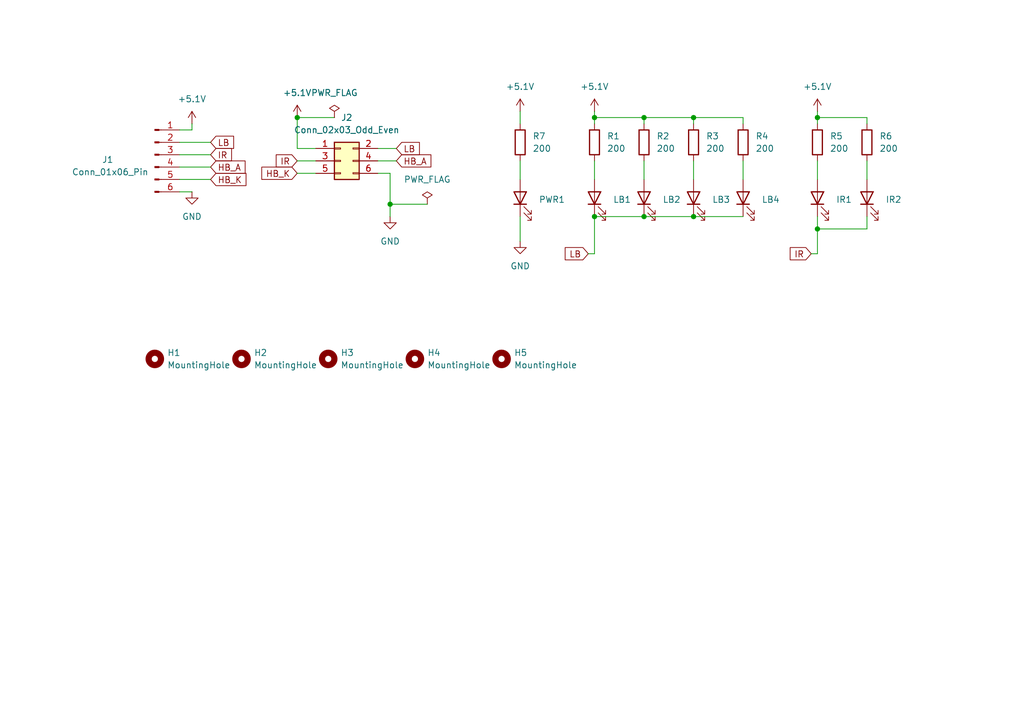
<source format=kicad_sch>
(kicad_sch (version 20250114) (generator "eeschema") (generator_version "9.0")
  (paper "A5")
  (title_block (date "2025-05-23") (rev "00"))
  (lib_symbols
    (symbol "Connector:Conn_01x06_Pin" (pin_names (offset 1.016) (hide yes))
      (property "Reference" "J" (at 0 7.62 0))
      (property "Value" "Conn_01x06_Pin" (at 0 -10.16 0))
      (symbol "Conn_01x06_Pin_1_1"
        (rectangle (start 0.8636 5.207) (end 0 4.953) (stroke (width 0.1524)) (fill (type outline)))
        (rectangle (start 0.8636 2.667) (end 0 2.413) (stroke (width 0.1524)) (fill (type outline)))
        (rectangle (start 0.8636 0.127) (end 0 -0.127) (stroke (width 0.1524)) (fill (type outline)))
        (rectangle (start 0.8636 -2.413) (end 0 -2.667) (stroke (width 0.1524)) (fill (type outline)))
        (rectangle (start 0.8636 -4.953) (end 0 -5.207) (stroke (width 0.1524)) (fill (type outline)))
        (rectangle (start 0.8636 -7.493) (end 0 -7.747) (stroke (width 0.1524)) (fill (type outline)))
        (polyline (pts (xy 1.27 5.08) (xy 0.8636 5.08)) (stroke (width 0.1524)))
        (polyline (pts (xy 1.27 2.54) (xy 0.8636 2.54)) (stroke (width 0.1524)))
        (polyline (pts (xy 1.27 0) (xy 0.8636 0)) (stroke (width 0.1524)))
        (polyline (pts (xy 1.27 -2.54) (xy 0.8636 -2.54)) (stroke (width 0.1524)))
        (polyline (pts (xy 1.27 -5.08) (xy 0.8636 -5.08)) (stroke (width 0.1524)))
        (polyline (pts (xy 1.27 -7.62) (xy 0.8636 -7.62)) (stroke (width 0.1524)))
        (pin passive line (at 5.08 5.08 180) (length 3.81) (name "Pin_1") (number "1"))
        (pin passive line (at 5.08 2.54 180) (length 3.81) (name "Pin_2") (number "2"))
        (pin passive line (at 5.08 0 180) (length 3.81) (name "Pin_3") (number "3"))
        (pin passive line (at 5.08 -2.54 180) (length 3.81) (name "Pin_4") (number "4"))
        (pin passive line (at 5.08 -5.08 180) (length 3.81) (name "Pin_5") (number "5"))
        (pin passive line (at 5.08 -7.62 180) (length 3.81) (name "Pin_6") (number "6"))
      )
    )
    (symbol "Connector_Generic:Conn_02x03_Odd_Even" (pin_names (offset 1.016) (hide yes))
      (property "Reference" "J" (at 1.27 5.08 0))
      (property "Value" "Conn_02x03_Odd_Even" (at 1.27 -5.08 0))
      (symbol "Conn_02x03_Odd_Even_1_1"
        (rectangle (start -1.27 3.81) (end 3.81 -3.81) (stroke (width 0.254)) (fill (type background)))
        (rectangle (start -1.27 2.667) (end 0 2.413) (stroke (width 0.1524)))
        (rectangle (start -1.27 0.127) (end 0 -0.127) (stroke (width 0.1524)))
        (rectangle (start -1.27 -2.413) (end 0 -2.667) (stroke (width 0.1524)))
        (rectangle (start 3.81 2.667) (end 2.54 2.413) (stroke (width 0.1524)))
        (rectangle (start 3.81 0.127) (end 2.54 -0.127) (stroke (width 0.1524)))
        (rectangle (start 3.81 -2.413) (end 2.54 -2.667) (stroke (width 0.1524)))
        (pin passive line (at -5.08 2.54 0) (length 3.81) (name "Pin_1") (number "1"))
        (pin passive line (at -5.08 0 0) (length 3.81) (name "Pin_3") (number "3"))
        (pin passive line (at -5.08 -2.54 0) (length 3.81) (name "Pin_5") (number "5"))
        (pin passive line (at 7.62 2.54 180) (length 3.81) (name "Pin_2") (number "2"))
        (pin passive line (at 7.62 0 180) (length 3.81) (name "Pin_4") (number "4"))
        (pin passive line (at 7.62 -2.54 180) (length 3.81) (name "Pin_6") (number "6"))
      )
    )
    (symbol "Device:LED" (pin_numbers (hide yes)) (pin_names (offset 1.016) (hide yes))
      (property "Reference" "D" (at 0 2.54 0))
      (property "Value" "LED" (at 0 -2.54 0))
      (symbol "LED_0_1"
        (polyline (pts (xy -3.048 -0.762) (xy -4.572 -2.286) (xy -3.81 -2.286) (xy -4.572 -2.286) (xy -4.572 -1.524)))
        (polyline (pts (xy -1.778 -0.762) (xy -3.302 -2.286) (xy -2.54 -2.286) (xy -3.302 -2.286) (xy -3.302 -1.524)))
        (polyline (pts (xy -1.27 0) (xy 1.27 0)))
        (polyline (pts (xy -1.27 -1.27) (xy -1.27 1.27)) (stroke (width 0.254)))
        (polyline (pts (xy 1.27 -1.27) (xy 1.27 1.27) (xy -1.27 0) (xy 1.27 -1.27)) (stroke (width 0.254)))
      )
      (symbol "LED_1_1"
        (pin passive line (at -3.81 0 0) (length 2.54) (name "K") (number "1"))
        (pin passive line (at 3.81 0 180) (length 2.54) (name "A") (number "2"))
      )
    )
    (symbol "Device:R" (pin_numbers (hide yes)) (pin_names (offset 0))
      (property "Reference" "R" (at 2.032 0 90))
      (property "Value" "R" (at 0 0 90))
      (symbol "R_0_1"
        (rectangle (start -1.016 -2.54) (end 1.016 2.54) (stroke (width 0.254)))
      )
      (symbol "R_1_1"
        (pin passive line (at 0 3.81 270) (length 1.27) (name "~") (number "1"))
        (pin passive line (at 0 -3.81 90) (length 1.27) (name "~") (number "2"))
      )
    )
    (symbol "Mechanical:MountingHole" (pin_names (offset 1.016)) (exclude_from_sim yes) (in_bom no)
      (property "Reference" "H" (at 0 5.08 0))
      (property "Value" "MountingHole" (at 0 3.175 0))
      (symbol "MountingHole_0_1"
        (circle (center 0 0) (radius 1.27) (stroke (width 1.27)))
      )
    )
    (symbol "power:+5V" (power) (pin_numbers (hide yes)) (pin_names (offset 0) (hide yes))
      (property "Value" "+5V" (at 0 3.556 0))
      (symbol "+5V_0_1"
        (polyline (pts (xy -0.762 1.27) (xy 0 2.54)))
        (polyline (pts (xy 0 2.54) (xy 0.762 1.27)))
        (polyline (pts (xy 0 0) (xy 0 2.54)))
      )
      (symbol "+5V_1_1"
        (pin power_in line (at 0 0 90) (length 0) (name "~") (number "1"))
      )
    )
    (symbol "power:GND" (power) (pin_numbers (hide yes)) (pin_names (offset 0) (hide yes))
      (property "Value" "GND" (at 0 -3.81 0))
      (symbol "GND_0_1"
        (polyline (pts (xy 0 0) (xy 0 -1.27) (xy 1.27 -1.27) (xy 0 -2.54) (xy -1.27 -1.27) (xy 0 -1.27)))
      )
      (symbol "GND_1_1"
        (pin power_in line (at 0 0 270) (length 0) (name "~") (number "1"))
      )
    )
    (symbol "power:PWR_FLAG" (power) (pin_numbers (hide yes)) (pin_names (offset 0) (hide yes))
      (property "Value" "PWR_FLAG" (at 0 3.81 0))
      (symbol "PWR_FLAG_0_0"
        (pin power_out line (at 0 0 90) (length 0) (name "~") (number "1"))
      )
      (symbol "PWR_FLAG_0_1"
        (polyline (pts (xy 0 0) (xy 0 1.27) (xy -1.016 1.905) (xy 0 2.54) (xy 1.016 1.905) (xy 0 1.27)))
      )
    )
  )
  (junction (at 167.64 24.13))
  (junction (at 167.64 46.99))
  (junction (at 132.08 24.13))
  (junction (at 142.24 44.45))
  (junction (at 132.08 44.45))
  (junction (at 121.92 24.13))
  (junction (at 80.01 41.91))
  (junction (at 142.24 24.13))
  (junction (at 60.96 24.13))
  (junction (at 121.92 44.45))
  (wire (pts (xy 132.08 24.13) (xy 132.08 25.4)))
  (wire (pts (xy 36.83 31.75) (xy 43.18 31.75)))
  (wire (pts (xy 152.4 33.02) (xy 152.4 36.83)))
  (wire (pts (xy 106.68 36.83) (xy 106.68 33.02)))
  (wire (pts (xy 177.8 24.13) (xy 167.64 24.13)))
  (wire (pts (xy 81.28 30.48) (xy 77.47 30.48)))
  (wire (pts (xy 167.64 52.07) (xy 167.64 46.99)))
  (wire (pts (xy 152.4 24.13) (xy 142.24 24.13)))
  (wire (pts (xy 142.24 24.13) (xy 142.24 25.4)))
  (wire (pts (xy 80.01 41.91) (xy 80.01 35.56)))
  (wire (pts (xy 166.37 52.07) (xy 167.64 52.07)))
  (wire (pts (xy 80.01 41.91) (xy 87.63 41.91)))
  (wire (pts (xy 167.64 46.99) (xy 177.8 46.99)))
  (wire (pts (xy 167.64 33.02) (xy 167.64 36.83)))
  (wire (pts (xy 80.01 35.56) (xy 77.47 35.56)))
  (wire (pts (xy 39.37 39.37) (xy 36.83 39.37)))
  (wire (pts (xy 142.24 44.45) (xy 152.4 44.45)))
  (wire (pts (xy 177.8 24.13) (xy 177.8 25.4)))
  (wire (pts (xy 142.24 33.02) (xy 142.24 36.83)))
  (wire (pts (xy 43.18 29.21) (xy 36.83 29.21)))
  (wire (pts (xy 80.01 44.45) (xy 80.01 41.91)))
  (wire (pts (xy 60.96 35.56) (xy 64.77 35.56)))
  (wire (pts (xy 132.08 33.02) (xy 132.08 36.83)))
  (wire (pts (xy 167.64 46.99) (xy 167.64 44.45)))
  (wire (pts (xy 132.08 24.13) (xy 142.24 24.13)))
  (wire (pts (xy 167.64 24.13) (xy 167.64 25.4)))
  (wire (pts (xy 177.8 33.02) (xy 177.8 36.83)))
  (wire (pts (xy 121.92 33.02) (xy 121.92 36.83)))
  (wire (pts (xy 36.83 26.67) (xy 39.37 26.67)))
  (wire (pts (xy 121.92 44.45) (xy 132.08 44.45)))
  (wire (pts (xy 121.92 52.07) (xy 121.92 44.45)))
  (wire (pts (xy 121.92 22.86) (xy 121.92 24.13)))
  (wire (pts (xy 106.68 25.4) (xy 106.68 22.86)))
  (wire (pts (xy 167.64 22.86) (xy 167.64 24.13)))
  (wire (pts (xy 60.96 30.48) (xy 64.77 30.48)))
  (wire (pts (xy 120.65 52.07) (xy 121.92 52.07)))
  (wire (pts (xy 60.96 24.13) (xy 60.96 30.48)))
  (wire (pts (xy 132.08 44.45) (xy 142.24 44.45)))
  (wire (pts (xy 81.28 33.02) (xy 77.47 33.02)))
  (wire (pts (xy 68.58 24.13) (xy 60.96 24.13)))
  (wire (pts (xy 43.18 34.29) (xy 36.83 34.29)))
  (wire (pts (xy 39.37 25.4) (xy 39.37 26.67)))
  (wire (pts (xy 121.92 24.13) (xy 121.92 25.4)))
  (wire (pts (xy 152.4 25.4) (xy 152.4 24.13)))
  (wire (pts (xy 132.08 24.13) (xy 121.92 24.13)))
  (wire (pts (xy 177.8 46.99) (xy 177.8 44.45)))
  (wire (pts (xy 43.18 36.83) (xy 36.83 36.83)))
  (wire (pts (xy 60.96 33.02) (xy 64.77 33.02)))
  (wire (pts (xy 106.68 49.53) (xy 106.68 44.45)))
  (global_label "HB_K" (shape input) (at 60.96 35.56 180) (property "Intersheetrefs" "${INTERSHEET_REFS}" (effects (hide yes))))
  (global_label "LB" (shape input) (at 43.18 29.21 0) (property "Intersheetrefs" "${INTERSHEET_REFS}" (effects (hide yes))))
  (global_label "HB_A" (shape input) (at 81.28 33.02 0) (property "Intersheetrefs" "${INTERSHEET_REFS}" (effects (hide yes))))
  (global_label "HB_A" (shape input) (at 43.18 34.29 0) (property "Intersheetrefs" "${INTERSHEET_REFS}" (effects (hide yes))))
  (global_label "LB" (shape input) (at 81.28 30.48 0) (property "Intersheetrefs" "${INTERSHEET_REFS}" (effects (hide yes))))
  (global_label "IR" (shape input) (at 60.96 33.02 180) (property "Intersheetrefs" "${INTERSHEET_REFS}" (effects (hide yes))))
  (global_label "IR" (shape input) (at 166.37 52.07 180) (property "Intersheetrefs" "${INTERSHEET_REFS}" (effects (hide yes))))
  (global_label "LB" (shape input) (at 120.65 52.07 180) (property "Intersheetrefs" "${INTERSHEET_REFS}" (effects (hide yes))))
  (global_label "IR" (shape input) (at 43.18 31.75 0) (property "Intersheetrefs" "${INTERSHEET_REFS}" (effects (hide yes))))
  (global_label "HB_K" (shape input) (at 43.18 36.83 0) (property "Intersheetrefs" "${INTERSHEET_REFS}" (effects (hide yes))))
  (symbol (lib_id "Device:LED") (at 121.92 40.64 90) (unit 1)
    (property "Reference" "LB1" (at 125.73 40.9574 90) (effects (justify right)))
    (property "Value" "white" (effects (hide yes)))
    (property "Footprint" "LED_SMD:LED_0805_2012Metric_Pad1.15x1.40mm_HandSolder" (effects (hide yes)))
    (property "Description" "Light emitting diode" (effects (hide yes)))
    (property "Sim.Pins" "1=K 2=A" (effects (hide yes)))
  )
  (symbol (lib_id "power:GND") (at 106.68 49.53 0) (unit 1)
    (property "Reference" "#PWR02" (effects (hide yes)))
    (property "Value" "GND" (at 106.68 54.61 0))
    (property "Description" "Power symbol creates a global label with name \"GND\" , ground" (effects (hide yes)))
  )
  (symbol (lib_id "Device:R") (at 142.24 29.21 0) (unit 1)
    (property "Reference" "R3" (at 144.78 27.9399 0) (effects (justify left)))
    (property "Value" "200" (at 144.78 30.4799 0) (effects (justify left)))
    (property "Footprint" "Resistor_THT:R_Axial_DIN0207_L6.3mm_D2.5mm_P10.16mm_Horizontal" (effects (hide yes)))
    (property "Description" "Resistor" (effects (hide yes)))
  )
  (symbol (lib_id "power:GND") (at 80.01 44.45 0) (unit 1)
    (property "Reference" "#PWR04" (effects (hide yes)))
    (property "Value" "GND" (at 80.01 49.53 0))
    (property "Description" "Power symbol creates a global label with name \"GND\" , ground" (effects (hide yes)))
  )
  (symbol (lib_id "power:+5V") (at 121.92 22.86 0) (unit 1)
    (property "Reference" "#PWR069" (effects (hide yes)))
    (property "Value" "+5.1V" (at 121.92 17.78 0))
    (property "Description" "Power symbol creates a global label with name \"+5V\"" (effects (hide yes)))
  )
  (symbol (lib_id "Connector_Generic:Conn_02x03_Odd_Even") (at 69.85 33.02 0) (unit 1)
    (property "Reference" "J2" (at 71.12 24.13 0))
    (property "Value" "Conn_02x03_Odd_Even" (at 71.12 26.67 0))
    (property "Footprint" "Connector_PinHeader_2.54mm:PinHeader_2x03_P2.54mm_Horizontal" (effects (hide yes)))
    (property "Description" "Generic connector, double row, 02x03, odd/even pin numbering scheme (row 1 odd numbers, row 2 even numbers), script generated (kicad-library-utils/schlib/autogen/connector/)" (effects (hide yes)))
  )
  (symbol (lib_id "Device:R") (at 177.8 29.21 0) (unit 1)
    (property "Reference" "R6" (at 180.34 27.9399 0) (effects (justify left)))
    (property "Value" "200" (at 180.34 30.4799 0) (effects (justify left)))
    (property "Footprint" "Resistor_THT:R_Axial_DIN0207_L6.3mm_D2.5mm_P10.16mm_Horizontal" (effects (hide yes)))
    (property "Description" "Resistor" (effects (hide yes)))
  )
  (symbol (lib_id "Device:LED") (at 177.8 40.64 90) (unit 1)
    (property "Reference" "IR2" (at 181.61 40.9574 90) (effects (justify right)))
    (property "Footprint" "LED_THT:LED_D3.0mm_Horizontal_O3.81mm_Z2.0mm" (effects (hide yes)))
    (property "Description" "Light emitting diode" (effects (hide yes)))
    (property "Sim.Pins" "1=K 2=A" (effects (hide yes)))
  )
  (symbol (lib_id "Device:LED") (at 167.64 40.64 90) (unit 1)
    (property "Reference" "IR1" (at 171.45 40.9574 90) (effects (justify right)))
    (property "Footprint" "LED_THT:LED_D3.0mm_Horizontal_O3.81mm_Z2.0mm" (effects (hide yes)))
    (property "Description" "Light emitting diode" (effects (hide yes)))
    (property "Sim.Pins" "1=K 2=A" (effects (hide yes)))
  )
  (symbol (lib_id "Device:LED") (at 106.68 40.64 90) (unit 1)
    (property "Reference" "PWR1" (at 110.49 40.9574 90) (effects (justify right)))
    (property "Value" "white" (effects (hide yes)))
    (property "Footprint" "LED_SMD:LED_0805_2012Metric_Pad1.15x1.40mm_HandSolder" (effects (hide yes)))
    (property "Description" "Light emitting diode" (effects (hide yes)))
    (property "Sim.Pins" "1=K 2=A" (effects (hide yes)))
  )
  (symbol (lib_id "power:PWR_FLAG") (at 87.63 41.91 0) (unit 1)
    (property "Reference" "#FLG02" (effects (hide yes)))
    (property "Value" "PWR_FLAG" (at 87.63 36.83 0))
    (property "Description" "Special symbol for telling ERC where power comes from" (effects (hide yes)))
  )
  (symbol (lib_id "Device:LED") (at 132.08 40.64 90) (unit 1)
    (property "Reference" "LB2" (at 135.89 40.9574 90) (effects (justify right)))
    (property "Value" "white" (effects (hide yes)))
    (property "Footprint" "LED_SMD:LED_0805_2012Metric_Pad1.15x1.40mm_HandSolder" (effects (hide yes)))
    (property "Description" "Light emitting diode" (effects (hide yes)))
    (property "Sim.Pins" "1=K 2=A" (effects (hide yes)))
  )
  (symbol (lib_id "Mechanical:MountingHole") (at 67.31 73.66 0) (unit 1) (exclude_from_sim yes) (in_bom no)
    (property "Reference" "H3" (at 69.85 72.3899 0) (effects (justify left)))
    (property "Value" "MountingHole" (at 69.85 74.9299 0) (effects (justify left)))
    (property "Footprint" "MountingHole:MountingHole_3.2mm_M3" (effects (hide yes)))
    (property "Description" "Mounting Hole without connection" (effects (hide yes)))
  )
  (symbol (lib_id "Device:LED") (at 142.24 40.64 90) (unit 1)
    (property "Reference" "LB3" (at 146.05 40.9574 90) (effects (justify right)))
    (property "Value" "white" (effects (hide yes)))
    (property "Footprint" "LED_SMD:LED_0805_2012Metric_Pad1.15x1.40mm_HandSolder" (effects (hide yes)))
    (property "Description" "Light emitting diode" (effects (hide yes)))
    (property "Sim.Pins" "1=K 2=A" (effects (hide yes)))
  )
  (symbol (lib_id "power:GND") (at 39.37 39.37 0) (unit 1)
    (property "Reference" "#PWR03" (effects (hide yes)))
    (property "Value" "GND" (at 39.37 44.45 0))
    (property "Description" "Power symbol creates a global label with name \"GND\" , ground" (effects (hide yes)))
  )
  (symbol (lib_id "Mechanical:MountingHole") (at 49.53 73.66 0) (unit 1) (exclude_from_sim yes) (in_bom no)
    (property "Reference" "H2" (at 52.07 72.3899 0) (effects (justify left)))
    (property "Value" "MountingHole" (at 52.07 74.9299 0) (effects (justify left)))
    (property "Footprint" "MountingHole:MountingHole_3.2mm_M3" (effects (hide yes)))
    (property "Description" "Mounting Hole without connection" (effects (hide yes)))
  )
  (symbol (lib_id "power:+5V") (at 106.68 22.86 0) (unit 1)
    (property "Reference" "#PWR071" (effects (hide yes)))
    (property "Value" "+5.1V" (at 106.68 17.78 0))
    (property "Description" "Power symbol creates a global label with name \"+5V\"" (effects (hide yes)))
  )
  (symbol (lib_id "Mechanical:MountingHole") (at 85.09 73.66 0) (unit 1) (exclude_from_sim yes) (in_bom no)
    (property "Reference" "H4" (at 87.63 72.3899 0) (effects (justify left)))
    (property "Value" "MountingHole" (at 87.63 74.9299 0) (effects (justify left)))
    (property "Footprint" "MountingHole:MountingHole_3.2mm_M3" (effects (hide yes)))
    (property "Description" "Mounting Hole without connection" (effects (hide yes)))
  )
  (symbol (lib_id "Device:R") (at 167.64 29.21 0) (unit 1)
    (property "Reference" "R5" (at 170.18 27.9399 0) (effects (justify left)))
    (property "Value" "200" (at 170.18 30.4799 0) (effects (justify left)))
    (property "Footprint" "Resistor_THT:R_Axial_DIN0207_L6.3mm_D2.5mm_P10.16mm_Horizontal" (effects (hide yes)))
    (property "Description" "Resistor" (effects (hide yes)))
  )
  (symbol (lib_id "Device:R") (at 121.92 29.21 0) (unit 1)
    (property "Reference" "R1" (at 124.46 27.9399 0) (effects (justify left)))
    (property "Value" "200" (at 124.46 30.4799 0) (effects (justify left)))
    (property "Footprint" "Resistor_THT:R_Axial_DIN0207_L6.3mm_D2.5mm_P10.16mm_Horizontal" (effects (hide yes)))
    (property "Description" "Resistor" (effects (hide yes)))
  )
  (symbol (lib_id "power:+5V") (at 39.37 25.4 0) (unit 1)
    (property "Reference" "#PWR068" (effects (hide yes)))
    (property "Value" "+5.1V" (at 39.37 20.32 0))
    (property "Description" "Power symbol creates a global label with name \"+5V\"" (effects (hide yes)))
  )
  (symbol (lib_id "power:+5V") (at 60.96 24.13 0) (unit 1)
    (property "Reference" "#PWR072" (effects (hide yes)))
    (property "Value" "+5.1V" (at 60.96 19.05 0))
    (property "Description" "Power symbol creates a global label with name \"+5V\"" (effects (hide yes)))
  )
  (symbol (lib_id "power:+5V") (at 167.64 22.86 0) (unit 1)
    (property "Reference" "#PWR070" (effects (hide yes)))
    (property "Value" "+5.1V" (at 167.64 17.78 0))
    (property "Description" "Power symbol creates a global label with name \"+5V\"" (effects (hide yes)))
  )
  (symbol (lib_id "Mechanical:MountingHole") (at 31.75 73.66 0) (unit 1) (exclude_from_sim yes) (in_bom no)
    (property "Reference" "H1" (at 34.29 72.3899 0) (effects (justify left)))
    (property "Value" "MountingHole" (at 34.29 74.9299 0) (effects (justify left)))
    (property "Footprint" "MountingHole:MountingHole_3.2mm_M3" (effects (hide yes)))
    (property "Description" "Mounting Hole without connection" (effects (hide yes)))
  )
  (symbol (lib_id "Mechanical:MountingHole") (at 102.87 73.66 0) (unit 1) (exclude_from_sim yes) (in_bom no)
    (property "Reference" "H5" (at 105.41 72.3899 0) (effects (justify left)))
    (property "Value" "MountingHole" (at 105.41 74.9299 0) (effects (justify left)))
    (property "Footprint" "MountingHole:MountingHole_3.2mm_M3" (effects (hide yes)))
    (property "Description" "Mounting Hole without connection" (effects (hide yes)))
  )
  (symbol (lib_id "Connector:Conn_01x06_Pin") (at 31.75 31.75 0) (unit 1)
    (property "Reference" "J1" (at 22.098 32.766 0))
    (property "Value" "Conn_01x06_Pin" (at 22.606 35.306 0))
    (property "Footprint" "Connector_JST:JST_XA_B06B-XASK-1_1x06_P2.50mm_Vertical" (effects (hide yes)))
    (property "Description" "Generic connector, single row, 01x06, script generated" (effects (hide yes)))
  )
  (symbol (lib_id "Device:R") (at 152.4 29.21 0) (unit 1)
    (property "Reference" "R4" (at 154.94 27.9399 0) (effects (justify left)))
    (property "Value" "200" (at 154.94 30.4799 0) (effects (justify left)))
    (property "Footprint" "Resistor_THT:R_Axial_DIN0207_L6.3mm_D2.5mm_P10.16mm_Horizontal" (effects (hide yes)))
    (property "Description" "Resistor" (effects (hide yes)))
  )
  (symbol (lib_id "power:PWR_FLAG") (at 68.58 24.13 0) (unit 1)
    (property "Reference" "#FLG03" (effects (hide yes)))
    (property "Value" "PWR_FLAG" (at 68.58 19.05 0))
    (property "Description" "Special symbol for telling ERC where power comes from" (effects (hide yes)))
  )
  (symbol (lib_id "Device:R") (at 106.68 29.21 0) (unit 1)
    (property "Reference" "R7" (at 109.22 27.9399 0) (effects (justify left)))
    (property "Value" "200" (at 109.22 30.4799 0) (effects (justify left)))
    (property "Footprint" "Resistor_THT:R_Axial_DIN0207_L6.3mm_D2.5mm_P10.16mm_Horizontal" (effects (hide yes)))
    (property "Description" "Resistor" (effects (hide yes)))
  )
  (symbol (lib_id "Device:LED") (at 152.4 40.64 90) (unit 1)
    (property "Reference" "LB4" (at 156.21 40.9574 90) (effects (justify right)))
    (property "Value" "white" (effects (hide yes)))
    (property "Footprint" "LED_SMD:LED_0805_2012Metric_Pad1.15x1.40mm_HandSolder" (effects (hide yes)))
    (property "Description" "Light emitting diode" (effects (hide yes)))
    (property "Sim.Pins" "1=K 2=A" (effects (hide yes)))
  )
  (symbol (lib_id "Device:R") (at 132.08 29.21 0) (unit 1)
    (property "Reference" "R2" (at 134.62 27.9399 0) (effects (justify left)))
    (property "Value" "200" (at 134.62 30.4799 0) (effects (justify left)))
    (property "Footprint" "Resistor_THT:R_Axial_DIN0207_L6.3mm_D2.5mm_P10.16mm_Horizontal" (effects (hide yes)))
    (property "Description" "Resistor" (effects (hide yes)))
  )
)
</source>
